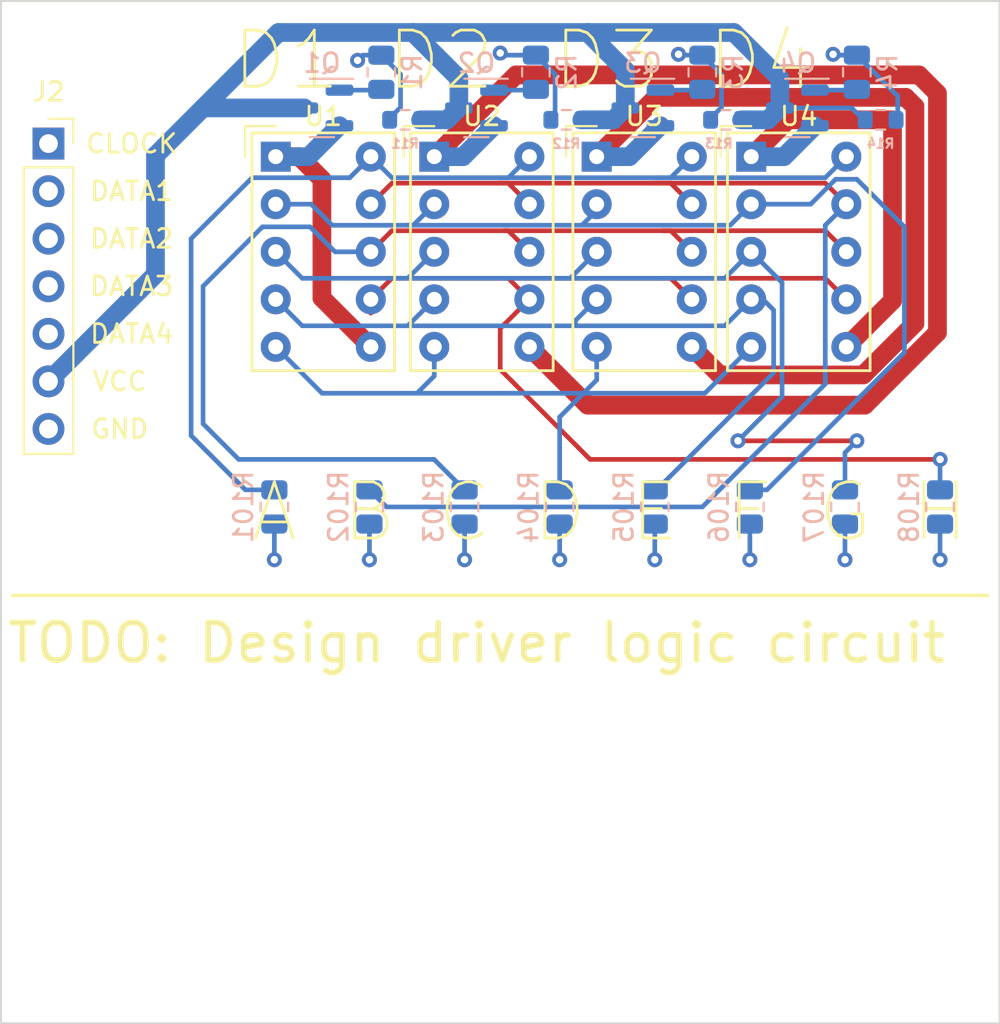
<source format=kicad_pcb>
(kicad_pcb (version 20221018) (generator pcbnew)
  (layers (0 "F.Cu" signal) (31 "B.Cu" signal) (34 "B.Paste" user) (35 "F.Paste" user) (36 "B.SilkS" user "B.Silkscreen") (37 "F.SilkS" user "F.Silkscreen") (38 "B.Mask" user) (39 "F.Mask" user) (44 "Edge.Cuts" user))
  (net 0 "")
  (net 1 "CLOCK")
  (net 2 "DATA1")
  (net 3 "DATA2")
  (net 4 "DATA3")
  (net 5 "DATA4")
  (net 6 "VCC")
  (net 7 "GND")
  (net 8 "Net-(Q1-B)")
  (net 9 "/Display/D1")
  (net 10 "Acom")
  (net 11 "/Display/A")
  (net 12 "Bcom")
  (net 13 "/Display/B")
  (net 14 "Ccom")
  (net 15 "/Display/C")
  (net 16 "Dcom")
  (net 17 "/Display/D")
  (net 18 "Ecom")
  (net 19 "/Display/E")
  (net 20 "Fcom")
  (net 21 "/Display/F")
  (net 22 "Gcom")
  (net 23 "/Display/G")
  (net 24 "Hcom")
  (net 25 "/Display/H")
  (net 26 "Net-(Q1-C)")
  (net 27 "Net-(Q2-B)")
  (net 28 "Net-(Q2-C)")
  (net 29 "Net-(Q3-B)")
  (net 30 "Net-(Q3-C)")
  (net 31 "Net-(Q4-B)")
  (net 32 "/Display/D2")
  (net 33 "/Display/D3")
  (net 34 "/Display/D4")
  (net 35 "Net-(Q4-C)")
  (footprint "Display_7Segment:HDSP-A151" (layer "F.Cu") (at 60.3975 21.0175)
    (fp_text reference "U4" (at 2.54 -2.159) (layer "F.SilkS"))
    (fp_text value "HDSP-7501")
    (fp_line (start -1.63 -1.63) (end 0 -1.63) (stroke (width 0.12)) (layer "F.SilkS"))
    (fp_line (start -1.63 0) (end -1.63 -1.63) (stroke (width 0.12)) (layer "F.SilkS"))
    (fp_line (start -1.27 -1.27) (end -1.27 11.43) (stroke (width 0.15)) (layer "F.SilkS"))
    (fp_line (start -1.27 11.43) (end 6.35 11.43) (stroke (width 0.15)) (layer "F.SilkS"))
    (fp_line (start 6.35 -1.27) (end -1.27 -1.27) (stroke (width 0.15)) (layer "F.SilkS"))
    (fp_line (start 6.35 11.43) (end 6.35 -1.27) (stroke (width 0.15)) (layer "F.SilkS"))
    (pad "1" thru_hole rect (at 0 0) (size 1.6 1.6) (drill 0.8) (layers "*.Cu" "*.Mask") (net 35 "Net-(Q4-C)"))
    (pad "2" thru_hole circle (at 0 2.54) (size 1.6 1.6) (drill 0.8) (layers "*.Cu" "*.Mask") (net 20 "Fcom"))
    (pad "3" thru_hole circle (at 0 5.08) (size 1.6 1.6) (drill 0.8) (layers "*.Cu" "*.Mask") (net 22 "Gcom"))
    (pad "4" thru_hole circle (at 0 7.62) (size 1.6 1.6) (drill 0.8) (layers "*.Cu" "*.Mask") (net 18 "Ecom"))
    (pad "5" thru_hole circle (at 0 10.16) (size 1.6 1.6) (drill 0.8) (layers "*.Cu" "*.Mask") (net 16 "Dcom"))
    (pad "6" thru_hole circle (at 5.08 10.16) (size 1.6 1.6) (drill 0.8) (layers "*.Cu" "*.Mask") (net 35 "Net-(Q4-C)"))
    (pad "7" thru_hole circle (at 5.08 7.62) (size 1.6 1.6) (drill 0.8) (layers "*.Cu" "*.Mask") (net 24 "Hcom"))
    (pad "8" thru_hole circle (at 5.08 5.08) (size 1.6 1.6) (drill 0.8) (layers "*.Cu" "*.Mask") (net 14 "Ccom"))
    (pad "9" thru_hole circle (at 5.08 2.54) (size 1.6 1.6) (drill 0.8) (layers "*.Cu" "*.Mask") (net 12 "Bcom"))
    (pad "10" thru_hole circle (at 5.08 0) (size 1.6 1.6) (drill 0.8) (layers "*.Cu" "*.Mask") (net 10 "Acom"))
  )
  (footprint "Display_7Segment:HDSP-A151" (layer "F.Cu") (at 34.9975 21.0175)
    (fp_text reference "U1" (at 2.54 -2.159) (layer "F.SilkS"))
    (fp_text value "HDSP-7501")
    (fp_line (start -1.63 -1.63) (end 0 -1.63) (stroke (width 0.12)) (layer "F.SilkS"))
    (fp_line (start -1.63 0) (end -1.63 -1.63) (stroke (width 0.12)) (layer "F.SilkS"))
    (fp_line (start -1.27 -1.27) (end -1.27 11.43) (stroke (width 0.15)) (layer "F.SilkS"))
    (fp_line (start -1.27 11.43) (end 6.35 11.43) (stroke (width 0.15)) (layer "F.SilkS"))
    (fp_line (start 6.35 -1.27) (end -1.27 -1.27) (stroke (width 0.15)) (layer "F.SilkS"))
    (fp_line (start 6.35 11.43) (end 6.35 -1.27) (stroke (width 0.15)) (layer "F.SilkS"))
    (pad "1" thru_hole rect (at 0 0) (size 1.6 1.6) (drill 0.8) (layers "*.Cu" "*.Mask") (net 26 "Net-(Q1-C)"))
    (pad "2" thru_hole circle (at 0 2.54) (size 1.6 1.6) (drill 0.8) (layers "*.Cu" "*.Mask") (net 20 "Fcom"))
    (pad "3" thru_hole circle (at 0 5.08) (size 1.6 1.6) (drill 0.8) (layers "*.Cu" "*.Mask") (net 22 "Gcom"))
    (pad "4" thru_hole circle (at 0 7.62) (size 1.6 1.6) (drill 0.8) (layers "*.Cu" "*.Mask") (net 18 "Ecom"))
    (pad "5" thru_hole circle (at 0 10.16) (size 1.6 1.6) (drill 0.8) (layers "*.Cu" "*.Mask") (net 16 "Dcom"))
    (pad "6" thru_hole circle (at 5.08 10.16) (size 1.6 1.6) (drill 0.8) (layers "*.Cu" "*.Mask") (net 26 "Net-(Q1-C)"))
    (pad "7" thru_hole circle (at 5.08 7.62) (size 1.6 1.6) (drill 0.8) (layers "*.Cu" "*.Mask") (net 24 "Hcom"))
    (pad "8" thru_hole circle (at 5.08 5.08) (size 1.6 1.6) (drill 0.8) (layers "*.Cu" "*.Mask") (net 14 "Ccom"))
    (pad "9" thru_hole circle (at 5.08 2.54) (size 1.6 1.6) (drill 0.8) (layers "*.Cu" "*.Mask") (net 12 "Bcom"))
    (pad "10" thru_hole circle (at 5.08 0) (size 1.6 1.6) (drill 0.8) (layers "*.Cu" "*.Mask") (net 10 "Acom"))
  )
  (footprint "Display_7Segment:HDSP-A151" (layer "F.Cu") (at 52.1425 21.0175)
    (fp_text reference "U3" (at 2.54 -2.159) (layer "F.SilkS"))
    (fp_text value "HDSP-7501")
    (fp_line (start -1.63 -1.63) (end 0 -1.63) (stroke (width 0.12)) (layer "F.SilkS"))
    (fp_line (start -1.63 0) (end -1.63 -1.63) (stroke (width 0.12)) (layer "F.SilkS"))
    (fp_line (start -1.27 -1.27) (end -1.27 11.43) (stroke (width 0.15)) (layer "F.SilkS"))
    (fp_line (start -1.27 11.43) (end 6.35 11.43) (stroke (width 0.15)) (layer "F.SilkS"))
    (fp_line (start 6.35 -1.27) (end -1.27 -1.27) (stroke (width 0.15)) (layer "F.SilkS"))
    (fp_line (start 6.35 11.43) (end 6.35 -1.27) (stroke (width 0.15)) (layer "F.SilkS"))
    (pad "1" thru_hole rect (at 0 0) (size 1.6 1.6) (drill 0.8) (layers "*.Cu" "*.Mask") (net 30 "Net-(Q3-C)"))
    (pad "2" thru_hole circle (at 0 2.54) (size 1.6 1.6) (drill 0.8) (layers "*.Cu" "*.Mask") (net 20 "Fcom"))
    (pad "3" thru_hole circle (at 0 5.08) (size 1.6 1.6) (drill 0.8) (layers "*.Cu" "*.Mask") (net 22 "Gcom"))
    (pad "4" thru_hole circle (at 0 7.62) (size 1.6 1.6) (drill 0.8) (layers "*.Cu" "*.Mask") (net 18 "Ecom"))
    (pad "5" thru_hole circle (at 0 10.16) (size 1.6 1.6) (drill 0.8) (layers "*.Cu" "*.Mask") (net 16 "Dcom"))
    (pad "6" thru_hole circle (at 5.08 10.16) (size 1.6 1.6) (drill 0.8) (layers "*.Cu" "*.Mask") (net 30 "Net-(Q3-C)"))
    (pad "7" thru_hole circle (at 5.08 7.62) (size 1.6 1.6) (drill 0.8) (layers "*.Cu" "*.Mask") (net 24 "Hcom"))
    (pad "8" thru_hole circle (at 5.08 5.08) (size 1.6 1.6) (drill 0.8) (layers "*.Cu" "*.Mask") (net 14 "Ccom"))
    (pad "9" thru_hole circle (at 5.08 2.54) (size 1.6 1.6) (drill 0.8) (layers "*.Cu" "*.Mask") (net 12 "Bcom"))
    (pad "10" thru_hole circle (at 5.08 0) (size 1.6 1.6) (drill 0.8) (layers "*.Cu" "*.Mask") (net 10 "Acom"))
  )
  (footprint "Display_7Segment:HDSP-A151" (layer "F.Cu") (at 43.4675 21.0175)
    (fp_text reference "U2" (at 2.54 -2.159) (layer "F.SilkS"))
    (fp_text value "HDSP-7501")
    (fp_line (start -1.63 -1.63) (end 0 -1.63) (stroke (width 0.12)) (layer "F.SilkS"))
    (fp_line (start -1.63 0) (end -1.63 -1.63) (stroke (width 0.12)) (layer "F.SilkS"))
    (fp_line (start -1.27 -1.27) (end -1.27 11.43) (stroke (width 0.15)) (layer "F.SilkS"))
    (fp_line (start -1.27 11.43) (end 6.35 11.43) (stroke (width 0.15)) (layer "F.SilkS"))
    (fp_line (start 6.35 -1.27) (end -1.27 -1.27) (stroke (width 0.15)) (layer "F.SilkS"))
    (fp_line (start 6.35 11.43) (end 6.35 -1.27) (stroke (width 0.15)) (layer "F.SilkS"))
    (pad "1" thru_hole rect (at 0 0) (size 1.6 1.6) (drill 0.8) (layers "*.Cu" "*.Mask") (net 28 "Net-(Q2-C)"))
    (pad "2" thru_hole circle (at 0 2.54) (size 1.6 1.6) (drill 0.8) (layers "*.Cu" "*.Mask") (net 20 "Fcom"))
    (pad "3" thru_hole circle (at 0 5.08) (size 1.6 1.6) (drill 0.8) (layers "*.Cu" "*.Mask") (net 22 "Gcom"))
    (pad "4" thru_hole circle (at 0 7.62) (size 1.6 1.6) (drill 0.8) (layers "*.Cu" "*.Mask") (net 18 "Ecom"))
    (pad "5" thru_hole circle (at 0 10.16) (size 1.6 1.6) (drill 0.8) (layers "*.Cu" "*.Mask") (net 16 "Dcom"))
    (pad "6" thru_hole circle (at 5.08 10.16) (size 1.6 1.6) (drill 0.8) (layers "*.Cu" "*.Mask") (net 28 "Net-(Q2-C)"))
    (pad "7" thru_hole circle (at 5.08 7.62) (size 1.6 1.6) (drill 0.8) (layers "*.Cu" "*.Mask") (net 24 "Hcom"))
    (pad "8" thru_hole circle (at 5.08 5.08) (size 1.6 1.6) (drill 0.8) (layers "*.Cu" "*.Mask") (net 14 "Ccom"))
    (pad "9" thru_hole circle (at 5.08 2.54) (size 1.6 1.6) (drill 0.8) (layers "*.Cu" "*.Mask") (net 12 "Bcom"))
    (pad "10" thru_hole circle (at 5.08 0) (size 1.6 1.6) (drill 0.8) (layers "*.Cu" "*.Mask") (net 10 "Acom"))
  )
  (footprint "Connector_PinSocket_2.54mm:PinSocket_1x07_P2.54mm_Vertical" (layer "F.Cu") (at 22.86 20.32)
    (fp_text reference "J2" (at 0 -2.77) (layer "F.SilkS"))
    (fp_text value "Conn_01x07_Socket" hide)
    (fp_line (start -1.33 1.27) (end -1.33 16.57) (stroke (width 0.12)) (layer "F.SilkS"))
    (fp_line (start -1.33 1.27) (end 1.33 1.27) (stroke (width 0.12)) (layer "F.SilkS"))
    (fp_line (start -1.33 16.57) (end 1.33 16.57) (stroke (width 0.12)) (layer "F.SilkS"))
    (fp_line (start 0 -1.33) (end 1.33 -1.33) (stroke (width 0.12)) (layer "F.SilkS"))
    (fp_line (start 1.33 -1.33) (end 1.33 0) (stroke (width 0.12)) (layer "F.SilkS"))
    (fp_line (start 1.33 1.27) (end 1.33 16.57) (stroke (width 0.12)) (layer "F.SilkS"))
    (pad "1" thru_hole rect (at 0 0) (size 1.7 1.7) (drill 1) (layers "*.Cu" "*.Mask") (net 1 "CLOCK"))
    (pad "2" thru_hole oval (at 0 2.54) (size 1.7 1.7) (drill 1) (layers "*.Cu" "*.Mask") (net 2 "DATA1"))
    (pad "3" thru_hole oval (at 0 5.08) (size 1.7 1.7) (drill 1) (layers "*.Cu" "*.Mask") (net 3 "DATA2"))
    (pad "4" thru_hole oval (at 0 7.62) (size 1.7 1.7) (drill 1) (layers "*.Cu" "*.Mask") (net 4 "DATA3"))
    (pad "5" thru_hole oval (at 0 10.16) (size 1.7 1.7) (drill 1) (layers "*.Cu" "*.Mask") (net 5 "DATA4"))
    (pad "6" thru_hole oval (at 0 12.7) (size 1.7 1.7) (drill 1) (layers "*.Cu" "*.Mask") (net 6 "VCC"))
    (pad "7" thru_hole oval (at 0 15.24) (size 1.7 1.7) (drill 1) (layers "*.Cu" "*.Mask") (net 7 "GND"))
  )
  (footprint "Resistor_SMD:R_0805_2012Metric" (layer "B.Cu") (at 48.895 16.51 90)
    (fp_text reference "R2" (at 0 1.65 90) (layer "B.SilkS") (effects (justify mirror)))
    (fp_text value "1k")
    (fp_line (start -0.227064 -0.735) (end 0.227064 -0.735) (stroke (width 0.12)) (layer "B.SilkS"))
    (fp_line (start -0.227064 0.735) (end 0.227064 0.735) (stroke (width 0.12)) (layer "B.SilkS"))
    (pad "1" smd roundrect (at -0.9125 0 90) (size 1.025 1.4) (layers "B.Cu" "B.Paste" "B.Mask") (roundrect_rratio 0.243902) (net 27 "Net-(Q2-B)"))
    (pad "2" smd roundrect (at 0.9125 0 90) (size 1.025 1.4) (layers "B.Cu" "B.Paste" "B.Mask") (roundrect_rratio 0.243902) (net 32 "/Display/D2"))
  )
  (footprint "Resistor_SMD:R_0805_2012Metric" (layer "B.Cu") (at 40.64 16.51 90)
    (fp_text reference "R1" (at 0 1.65 90) (layer "B.SilkS") (effects (justify mirror)))
    (fp_text value "1k")
    (fp_line (start -0.227064 -0.735) (end 0.227064 -0.735) (stroke (width 0.12)) (layer "B.SilkS"))
    (fp_line (start -0.227064 0.735) (end 0.227064 0.735) (stroke (width 0.12)) (layer "B.SilkS"))
    (pad "1" smd roundrect (at -0.9125 0 90) (size 1.025 1.4) (layers "B.Cu" "B.Paste" "B.Mask") (roundrect_rratio 0.243902) (net 8 "Net-(Q1-B)"))
    (pad "2" smd roundrect (at 0.9125 0 90) (size 1.025 1.4) (layers "B.Cu" "B.Paste" "B.Mask") (roundrect_rratio 0.243902) (net 9 "/Display/D1"))
  )
  (footprint "Resistor_SMD:R_0603_1608Metric" (layer "B.Cu") (at 41.91 19.05)
    (fp_text reference "R11" (at 0 1.27 180) (layer "B.SilkS") (effects (font (size 0.5 0.5) (thickness 0.125)) (justify mirror)))
    (fp_text value "10k")
    (fp_line (start -0.237258 -0.5225) (end 0.237258 -0.5225) (stroke (width 0.12)) (layer "B.SilkS"))
    (fp_line (start -0.237258 0.5225) (end 0.237258 0.5225) (stroke (width 0.12)) (layer "B.SilkS"))
    (pad "1" smd roundrect (at -0.825 0) (size 0.8 0.95) (layers "B.Cu" "B.Paste" "B.Mask") (net 9 "/Display/D1"))
    (pad "2" smd roundrect (at 0.825 0) (size 0.8 0.95) (layers "B.Cu" "B.Paste" "B.Mask") (net 6 "VCC"))
  )
  (footprint "Resistor_SMD:R_0805_2012Metric" (layer "B.Cu") (at 66.04 16.51 90)
    (fp_text reference "R4" (at 0 1.65 90) (layer "B.SilkS") (effects (justify mirror)))
    (fp_text value "1k")
    (fp_line (start -0.227064 -0.735) (end 0.227064 -0.735) (stroke (width 0.12)) (layer "B.SilkS"))
    (fp_line (start -0.227064 0.735) (end 0.227064 0.735) (stroke (width 0.12)) (layer "B.SilkS"))
    (pad "1" smd roundrect (at -0.9125 0 90) (size 1.025 1.4) (layers "B.Cu" "B.Paste" "B.Mask") (roundrect_rratio 0.243902) (net 31 "Net-(Q4-B)"))
    (pad "2" smd roundrect (at 0.9125 0 90) (size 1.025 1.4) (layers "B.Cu" "B.Paste" "B.Mask") (roundrect_rratio 0.243902) (net 34 "/Display/D4"))
  )
  (footprint "Resistor_SMD:R_0805_2012Metric" (layer "B.Cu") (at 50.165 39.7275 -90)
    (fp_text reference "R104" (at 0 1.65 90) (layer "B.SilkS") (effects (justify mirror)))
    (fp_text value "500")
    (fp_line (start -0.227064 -0.735) (end 0.227064 -0.735) (stroke (width 0.12)) (layer "B.SilkS"))
    (fp_line (start -0.227064 0.735) (end 0.227064 0.735) (stroke (width 0.12)) (layer "B.SilkS"))
    (pad "1" smd roundrect (at -0.9125 0 270) (size 1.025 1.4) (layers "B.Cu" "B.Paste" "B.Mask") (roundrect_rratio 0.243902) (net 16 "Dcom"))
    (pad "2" smd roundrect (at 0.9125 0 270) (size 1.025 1.4) (layers "B.Cu" "B.Paste" "B.Mask") (roundrect_rratio 0.243902) (net 17 "/Display/D"))
  )
  (footprint "Resistor_SMD:R_0805_2012Metric" (layer "B.Cu") (at 60.325 39.7275 -90)
    (fp_text reference "R106" (at 0 1.65 90) (layer "B.SilkS") (effects (justify mirror)))
    (fp_text value "500")
    (fp_line (start -0.227064 -0.735) (end 0.227064 -0.735) (stroke (width 0.12)) (layer "B.SilkS"))
    (fp_line (start -0.227064 0.735) (end 0.227064 0.735) (stroke (width 0.12)) (layer "B.SilkS"))
    (pad "1" smd roundrect (at -0.9125 0 270) (size 1.025 1.4) (layers "B.Cu" "B.Paste" "B.Mask") (roundrect_rratio 0.243902) (net 20 "Fcom"))
    (pad "2" smd roundrect (at 0.9125 0 270) (size 1.025 1.4) (layers "B.Cu" "B.Paste" "B.Mask") (roundrect_rratio 0.243902) (net 21 "/Display/F"))
  )
  (footprint "Resistor_SMD:R_0805_2012Metric" (layer "B.Cu") (at 57.785 16.51 90)
    (fp_text reference "R3" (at 0 1.65 90) (layer "B.SilkS") (effects (justify mirror)))
    (fp_text value "1k")
    (fp_line (start -0.227064 -0.735) (end 0.227064 -0.735) (stroke (width 0.12)) (layer "B.SilkS"))
    (fp_line (start -0.227064 0.735) (end 0.227064 0.735) (stroke (width 0.12)) (layer "B.SilkS"))
    (pad "1" smd roundrect (at -0.9125 0 90) (size 1.025 1.4) (layers "B.Cu" "B.Paste" "B.Mask") (roundrect_rratio 0.243902) (net 29 "Net-(Q3-B)"))
    (pad "2" smd roundrect (at 0.9125 0 90) (size 1.025 1.4) (layers "B.Cu" "B.Paste" "B.Mask") (roundrect_rratio 0.243902) (net 33 "/Display/D3"))
  )
  (footprint "Package_TO_SOT_SMD:SOT-23" (layer "B.Cu") (at 62.865 18.415 180)
    (fp_text reference "Q4" (at 0 2.4) (layer "B.SilkS") (effects (justify mirror)))
    (fp_text value "Q_PNP_BCE")
    (fp_line (start 0 -1.56) (end -0.65 -1.56) (stroke (width 0.12)) (layer "B.SilkS"))
    (fp_line (start 0 -1.56) (end 0.65 -1.56) (stroke (width 0.12)) (layer "B.SilkS"))
    (fp_line (start 0 1.56) (end -1.675 1.56) (stroke (width 0.12)) (layer "B.SilkS"))
    (fp_line (start 0 1.56) (end 0.65 1.56) (stroke (width 0.12)) (layer "B.SilkS"))
    (pad "1" smd roundrect (at -0.9375 0.95 180) (size 1.475 0.6) (layers "B.Cu" "B.Paste" "B.Mask") (net 31 "Net-(Q4-B)"))
    (pad "2" smd roundrect (at -0.9375 -0.95 180) (size 1.475 0.6) (layers "B.Cu" "B.Paste" "B.Mask") (net 35 "Net-(Q4-C)"))
    (pad "3" smd roundrect (at 0.9375 0 180) (size 1.475 0.6) (layers "B.Cu" "B.Paste" "B.Mask") (net 6 "VCC"))
  )
  (footprint "Resistor_SMD:R_0805_2012Metric" (layer "B.Cu") (at 70.485 39.7275 -90)
    (fp_text reference "R108" (at 0 1.65 90) (layer "B.SilkS") (effects (justify mirror)))
    (fp_text value "500")
    (fp_line (start -0.227064 -0.735) (end 0.227064 -0.735) (stroke (width 0.12)) (layer "B.SilkS"))
    (fp_line (start -0.227064 0.735) (end 0.227064 0.735) (stroke (width 0.12)) (layer "B.SilkS"))
    (pad "1" smd roundrect (at -0.9125 0 270) (size 1.025 1.4) (layers "B.Cu" "B.Paste" "B.Mask") (roundrect_rratio 0.243902) (net 24 "Hcom"))
    (pad "2" smd roundrect (at 0.9125 0 270) (size 1.025 1.4) (layers "B.Cu" "B.Paste" "B.Mask") (roundrect_rratio 0.243902) (net 25 "/Display/H"))
  )
  (footprint "Resistor_SMD:R_0805_2012Metric" (layer "B.Cu") (at 34.925 39.7275 -90)
    (fp_text reference "R101" (at 0 1.65 90) (layer "B.SilkS") (effects (justify mirror)))
    (fp_text value "500")
    (fp_line (start -0.227064 -0.735) (end 0.227064 -0.735) (stroke (width 0.12)) (layer "B.SilkS"))
    (fp_line (start -0.227064 0.735) (end 0.227064 0.735) (stroke (width 0.12)) (layer "B.SilkS"))
    (pad "1" smd roundrect (at -0.9125 0 270) (size 1.025 1.4) (layers "B.Cu" "B.Paste" "B.Mask") (roundrect_rratio 0.243902) (net 10 "Acom"))
    (pad "2" smd roundrect (at 0.9125 0 270) (size 1.025 1.4) (layers "B.Cu" "B.Paste" "B.Mask") (roundrect_rratio 0.243902) (net 11 "/Display/A"))
  )
  (footprint "Resistor_SMD:R_0603_1608Metric" (layer "B.Cu") (at 59.055 19.05)
    (fp_text reference "R13" (at -0.381 1.27 180) (layer "B.SilkS") (effects (font (size 0.5 0.5) (thickness 0.125)) (justify mirror)))
    (fp_text value "10k")
    (fp_line (start -0.237258 -0.5225) (end 0.237258 -0.5225) (stroke (width 0.12)) (layer "B.SilkS"))
    (fp_line (start -0.237258 0.5225) (end 0.237258 0.5225) (stroke (width 0.12)) (layer "B.SilkS"))
    (pad "1" smd roundrect (at -0.825 0) (size 0.8 0.95) (layers "B.Cu" "B.Paste" "B.Mask") (net 33 "/Display/D3"))
    (pad "2" smd roundrect (at 0.825 0) (size 0.8 0.95) (layers "B.Cu" "B.Paste" "B.Mask") (net 6 "VCC"))
  )
  (footprint "Package_TO_SOT_SMD:SOT-23" (layer "B.Cu") (at 45.72 18.415 180)
    (fp_text reference "Q2" (at 0 2.4) (layer "B.SilkS") (effects (justify mirror)))
    (fp_text value "Q_PNP_BCE")
    (fp_line (start 0 -1.56) (end -0.65 -1.56) (stroke (width 0.12)) (layer "B.SilkS"))
    (fp_line (start 0 -1.56) (end 0.65 -1.56) (stroke (width 0.12)) (layer "B.SilkS"))
    (fp_line (start 0 1.56) (end -1.675 1.56) (stroke (width 0.12)) (layer "B.SilkS"))
    (fp_line (start 0 1.56) (end 0.65 1.56) (stroke (width 0.12)) (layer "B.SilkS"))
    (pad "1" smd roundrect (at -0.9375 0.95 180) (size 1.475 0.6) (layers "B.Cu" "B.Paste" "B.Mask") (net 27 "Net-(Q2-B)"))
    (pad "2" smd roundrect (at -0.9375 -0.95 180) (size 1.475 0.6) (layers "B.Cu" "B.Paste" "B.Mask") (net 28 "Net-(Q2-C)"))
    (pad "3" smd roundrect (at 0.9375 0 180) (size 1.475 0.6) (layers "B.Cu" "B.Paste" "B.Mask") (net 6 "VCC"))
  )
  (footprint "Resistor_SMD:R_0603_1608Metric" (layer "B.Cu") (at 50.5225 19.05)
    (fp_text reference "R12" (at 0 1.27 180) (layer "B.SilkS") (effects (font (size 0.5 0.5) (thickness 0.125)) (justify mirror)))
    (fp_text value "10k")
    (fp_line (start -0.237258 -0.5225) (end 0.237258 -0.5225) (stroke (width 0.12)) (layer "B.SilkS"))
    (fp_line (start -0.237258 0.5225) (end 0.237258 0.5225) (stroke (width 0.12)) (layer "B.SilkS"))
    (pad "1" smd roundrect (at -0.825 0) (size 0.8 0.95) (layers "B.Cu" "B.Paste" "B.Mask") (net 32 "/Display/D2"))
    (pad "2" smd roundrect (at 0.825 0) (size 0.8 0.95) (layers "B.Cu" "B.Paste" "B.Mask") (net 6 "VCC"))
  )
  (footprint "Resistor_SMD:R_0805_2012Metric" (layer "B.Cu") (at 55.245 39.7275 -90)
    (fp_text reference "R105" (at 0 1.65 90) (layer "B.SilkS") (effects (justify mirror)))
    (fp_text value "500")
    (fp_line (start -0.227064 -0.735) (end 0.227064 -0.735) (stroke (width 0.12)) (layer "B.SilkS"))
    (fp_line (start -0.227064 0.735) (end 0.227064 0.735) (stroke (width 0.12)) (layer "B.SilkS"))
    (pad "1" smd roundrect (at -0.9125 0 270) (size 1.025 1.4) (layers "B.Cu" "B.Paste" "B.Mask") (roundrect_rratio 0.243902) (net 18 "Ecom"))
    (pad "2" smd roundrect (at 0.9125 0 270) (size 1.025 1.4) (layers "B.Cu" "B.Paste" "B.Mask") (roundrect_rratio 0.243902) (net 19 "/Display/E"))
  )
  (footprint "Resistor_SMD:R_0805_2012Metric" (layer "B.Cu") (at 40.005 39.7275 -90)
    (fp_text reference "R102" (at 0 1.65 90) (layer "B.SilkS") (effects (justify mirror)))
    (fp_text value "500")
    (fp_line (start -0.227064 -0.735) (end 0.227064 -0.735) (stroke (width 0.12)) (layer "B.SilkS"))
    (fp_line (start -0.227064 0.735) (end 0.227064 0.735) (stroke (width 0.12)) (layer "B.SilkS"))
    (pad "1" smd roundrect (at -0.9125 0 270) (size 1.025 1.4) (layers "B.Cu" "B.Paste" "B.Mask") (roundrect_rratio 0.243902) (net 12 "Bcom"))
    (pad "2" smd roundrect (at 0.9125 0 270) (size 1.025 1.4) (layers "B.Cu" "B.Paste" "B.Mask") (roundrect_rratio 0.243902) (net 13 "/Display/B"))
  )
  (footprint "Resistor_SMD:R_0805_2012Metric" (layer "B.Cu") (at 45.085 39.7275 -90)
    (fp_text reference "R103" (at 0 1.65 90) (layer "B.SilkS") (effects (justify mirror)))
    (fp_text value "500")
    (fp_line (start -0.227064 -0.735) (end 0.227064 -0.735) (stroke (width 0.12)) (layer "B.SilkS"))
    (fp_line (start -0.227064 0.735) (end 0.227064 0.735) (stroke (width 0.12)) (layer "B.SilkS"))
    (pad "1" smd roundrect (at -0.9125 0 270) (size 1.025 1.4) (layers "B.Cu" "B.Paste" "B.Mask") (roundrect_rratio 0.243902) (net 14 "Ccom"))
    (pad "2" smd roundrect (at 0.9125 0 270) (size 1.025 1.4) (layers "B.Cu" "B.Paste" "B.Mask") (roundrect_rratio 0.243902) (net 15 "/Display/C"))
  )
  (footprint "Resistor_SMD:R_0603_1608Metric" (layer "B.Cu") (at 67.31 19.05 180)
    (fp_text reference "R14" (at 0 -1.27) (layer "B.SilkS") (effects (font (size 0.5 0.5) (thickness 0.125)) (justify mirror)))
    (fp_text value "10k")
    (fp_line (start -0.237258 -0.5225) (end 0.237258 -0.5225) (stroke (width 0.12)) (layer "B.SilkS"))
    (fp_line (start -0.237258 0.5225) (end 0.237258 0.5225) (stroke (width 0.12)) (layer "B.SilkS"))
    (pad "1" smd roundrect (at -0.825 0 180) (size 0.8 0.95) (layers "B.Cu" "B.Paste" "B.Mask") (net 34 "/Display/D4"))
    (pad "2" smd roundrect (at 0.825 0 180) (size 0.8 0.95) (layers "B.Cu" "B.Paste" "B.Mask") (net 6 "VCC"))
  )
  (footprint "Package_TO_SOT_SMD:SOT-23" (layer "B.Cu") (at 37.465 18.415 180)
    (fp_text reference "Q1" (at 0 2.4) (layer "B.SilkS") (effects (justify mirror)))
    (fp_text value "Q_PNP_BCE")
    (fp_line (start 0 -1.56) (end -0.65 -1.56) (stroke (width 0.12)) (layer "B.SilkS"))
    (fp_line (start 0 -1.56) (end 0.65 -1.56) (stroke (width 0.12)) (layer "B.SilkS"))
    (fp_line (start 0 1.56) (end -1.675 1.56) (stroke (width 0.12)) (layer "B.SilkS"))
    (fp_line (start 0 1.56) (end 0.65 1.56) (stroke (width 0.12)) (layer "B.SilkS"))
    (pad "1" smd roundrect (at -0.9375 0.95 180) (size 1.475 0.6) (layers "B.Cu" "B.Paste" "B.Mask") (net 8 "Net-(Q1-B)"))
    (pad "2" smd roundrect (at -0.9375 -0.95 180) (size 1.475 0.6) (layers "B.Cu" "B.Paste" "B.Mask") (net 26 "Net-(Q1-C)"))
    (pad "3" smd roundrect (at 0.9375 0 180) (size 1.475 0.6) (layers "B.Cu" "B.Paste" "B.Mask") (net 6 "VCC"))
  )
  (footprint "Package_TO_SOT_SMD:SOT-23" (layer "B.Cu") (at 54.61 18.415 180)
    (fp_text reference "Q3" (at 0 2.4) (layer "B.SilkS") (effects (justify mirror)))
    (fp_text value "Q_PNP_BCE")
    (fp_line (start 0 -1.56) (end -0.65 -1.56) (stroke (width 0.12)) (layer "B.SilkS"))
    (fp_line (start 0 -1.56) (end 0.65 -1.56) (stroke (width 0.12)) (layer "B.SilkS"))
    (fp_line (start 0 1.56) (end -1.675 1.56) (stroke (width 0.12)) (layer "B.SilkS"))
    (fp_line (start 0 1.56) (end 0.65 1.56) (stroke (width 0.12)) (layer "B.SilkS"))
    (pad "1" smd roundrect (at -0.9375 0.95 180) (size 1.475 0.6) (layers "B.Cu" "B.Paste" "B.Mask") (net 29 "Net-(Q3-B)"))
    (pad "2" smd roundrect (at -0.9375 -0.95 180) (size 1.475 0.6) (layers "B.Cu" "B.Paste" "B.Mask") (net 30 "Net-(Q3-C)"))
    (pad "3" smd roundrect (at 0.9375 0 180) (size 1.475 0.6) (layers "B.Cu" "B.Paste" "B.Mask") (net 6 "VCC"))
  )
  (footprint "Resistor_SMD:R_0805_2012Metric" (layer "B.Cu") (at 65.405 39.7275 -90)
    (fp_text reference "R107" (at 0 1.65 90) (layer "B.SilkS") (effects (justify mirror)))
    (fp_text value "500")
    (fp_line (start -0.227064 -0.735) (end 0.227064 -0.735) (stroke (width 0.12)) (layer "B.SilkS"))
    (fp_line (start -0.227064 0.735) (end 0.227064 0.735) (stroke (width 0.12)) (layer "B.SilkS"))
    (pad "1" smd roundrect (at -0.9125 0 270) (size 1.025 1.4) (layers "B.Cu" "B.Paste" "B.Mask") (roundrect_rratio 0.243902) (net 22 "Gcom"))
    (pad "2" smd roundrect (at 0.9125 0 270) (size 1.025 1.4) (layers "B.Cu" "B.Paste" "B.Mask") (roundrect_rratio 0.243902) (net 23 "/Display/G"))
  )
  (gr_line (start 20.955 44.45) (end 73.025 44.45) (stroke (width 0.2)) (layer "F.SilkS"))
  (gr_rect (start 20.32 12.7) (end 73.66 67.31) (stroke (width 0.1)) (fill none) (layer "Edge.Cuts"))
  (gr_text "DATA1" (at 27.305 22.86) (layer "F.SilkS") (effects (font (size 1 1))))
  (gr_text "CLOCK" (at 27.305 20.32) (layer "F.SilkS") (effects (font (size 1 1))))
  (gr_text "E" (at 55.245 40.005) (layer "F.SilkS") (effects (font (size 3 3))))
  (gr_text "D1" (at 35.56 15.875) (layer "F.SilkS") (effects (font (size 3 3))))
  (gr_text "F" (at 60.325 40.005) (layer "F.SilkS") (effects (font (size 3 3))))
  (gr_text "DATA4" (at 27.305 30.48) (layer "F.SilkS") (effects (font (size 1 1))))
  (gr_text "D" (at 50.165 40.005) (layer "F.SilkS") (effects (font (size 3 3))))
  (gr_text "GND" (at 26.67 35.56) (layer "F.SilkS") (effects (font (size 1 1))))
  (gr_text "DATA3" (at 27.305 27.94) (layer "F.SilkS") (effects (font (size 1 1))))
  (gr_text "D2" (at 43.815 15.875) (layer "F.SilkS") (effects (font (size 3 3))))
  (gr_text "B" (at 40.005 40.005) (layer "F.SilkS") (effects (font (size 3 3))))
  (gr_text "TODO: Design driver logic circuit" (at 45.72 46.99) (layer "F.SilkS") (effects (font (size 2 2) (thickness 0.3))))
  (gr_text "DATA2" (at 27.305 25.4) (layer "F.SilkS") (effects (font (size 1 1))))
  (gr_text "H" (at 70.485 40.005) (layer "F.SilkS") (effects (font (size 3 3))))
  (gr_text "G" (at 65.405 40.005) (layer "F.SilkS") (effects (font (size 3 3))))
  (gr_text "C" (at 45.085 40.005) (layer "F.SilkS") (effects (font (size 3 3))))
  (gr_text "D3" (at 52.705 15.875) (layer "F.SilkS") (effects (font (size 3 3))))
  (gr_text "A" (at 34.925 40.005) (layer "F.SilkS") (effects (font (size 3 3))))
  (gr_text "D4" (at 60.96 15.875) (layer "F.SilkS") (effects (font (size 3 3))))
  (gr_text "VCC" (at 26.67 33.02) (layer "F.SilkS") (effects (font (size 1 1))))
  (segment (start 35.14452 14.38548) (end 42.32548 14.38548) (width 1) (layer "B.Cu") (net 6))
  (segment (start 53.6725 16.40346) (end 51.65452 14.38548) (width 1) (layer "B.Cu") (net 6))
  (segment (start 59.9675 19.05) (end 61.2925 19.05) (width 0.25) (layer "B.Cu") (net 6))
  (segment (start 51.65452 14.38548) (end 59.47048 14.38548) (width 1) (layer "B.Cu") (net 6))
  (segment (start 51.435 19.05) (end 53.0375 19.05) (width 0.25) (layer "B.Cu") (net 6))
  (segment (start 44.7825 18.415) (end 44.7825 16.8425) (width 1) (layer "B.Cu") (net 6))
  (segment (start 28.575 27.305) (end 28.575 20.955) (width 1) (layer "B.Cu") (net 6))
  (segment (start 31.115 18.415) (end 36.5275 18.415) (width 1) (layer "B.Cu") (net 6))
  (segment (start 42.8225 19.05) (end 44.1475 19.05) (width 0.25) (layer "B.Cu") (net 6))
  (segment (start 42.32548 14.38548) (end 51.65452 14.38548) (width 1) (layer "B.Cu") (net 6))
  (segment (start 61.2925 19.05) (end 61.9275 18.415) (width 1) (layer "B.Cu") (net 6))
  (segment (start 51.3475 19.05) (end 53.0375 19.05) (width 1) (layer "B.Cu") (net 6))
  (segment (start 44.1475 19.05) (end 44.7825 18.415) (width 1) (layer "B.Cu") (net 6))
  (segment (start 53.6725 18.415) (end 53.6725 16.40346) (width 1) (layer "B.Cu") (net 6))
  (segment (start 53.0375 19.05) (end 53.6725 18.415) (width 1) (layer "B.Cu") (net 6))
  (segment (start 59.47048 14.38548) (end 61.9275 16.8425) (width 1) (layer "B.Cu") (net 6))
  (segment (start 65.7625 18.415) (end 66.3975 19.05) (width 0.25) (layer "B.Cu") (net 6))
  (segment (start 22.86 33.02) (end 28.575 27.305) (width 1) (layer "B.Cu") (net 6))
  (segment (start 61.9275 16.8425) (end 61.9275 18.415) (width 1) (layer "B.Cu") (net 6))
  (segment (start 44.7825 16.8425) (end 42.32548 14.38548) (width 1) (layer "B.Cu") (net 6))
  (segment (start 59.88 19.05) (end 61.2925 19.05) (width 1) (layer "B.Cu") (net 6))
  (segment (start 28.575 20.955) (end 31.115 18.415) (width 1) (layer "B.Cu") (net 6))
  (segment (start 61.9275 18.415) (end 65.7625 18.415) (width 0.25) (layer "B.Cu") (net 6))
  (segment (start 31.115 18.415) (end 35.14452 14.38548) (width 1) (layer "B.Cu") (net 6))
  (segment (start 42.735 19.05) (end 44.1475 19.05) (width 1) (layer "B.Cu") (net 6))
  (segment (start 40.5975 17.465) (end 40.64 17.4225) (width 0.25) (layer "B.Cu") (net 8))
  (segment (start 38.4025 17.465) (end 40.5975 17.465) (width 0.25) (layer "B.Cu") (net 8))
  (via (at 39.37 15.875) (size 0.8) (drill 0.4) (layers "F.Cu" "B.Cu") (net 9))
  (segment (start 40.9975 19.05) (end 41.66452 18.38298) (width 0.25) (layer "B.Cu") (net 9))
  (segment (start 40.64 15.5975) (end 39.6475 15.5975) (width 0.25) (layer "B.Cu") (net 9))
  (segment (start 39.6475 15.5975) (end 39.37 15.875) (width 0.25) (layer "B.Cu") (net 9))
  (segment (start 41.66452 18.38298) (end 41.66452 16.62202) (width 0.25) (layer "B.Cu") (net 9))
  (segment (start 41.66452 16.62202) (end 40.64 15.5975) (width 0.25) (layer "B.Cu") (net 9))
  (segment (start 40.0775 21.0175) (end 41.202011 22.142011) (width 0.25) (layer "B.Cu") (net 10))
  (segment (start 30.48 35.9175) (end 30.48 25.4) (width 0.25) (layer "B.Cu") (net 10))
  (segment (start 33.737989 22.142011) (end 38.952989 22.142011) (width 0.25) (layer "B.Cu") (net 10))
  (segment (start 64.352989 22.142011) (end 65.4775 21.0175) (width 0.25) (layer "B.Cu") (net 10))
  (segment (start 48.5475 21.0175) (end 47.422989 22.142011) (width 0.25) (layer "B.Cu") (net 10))
  (segment (start 56.097989 22.142011) (end 55.327989 22.142011) (width 0.25) (layer "B.Cu") (net 10))
  (segment (start 46.907011 22.142011) (end 55.327989 22.142011) (width 0.25) (layer "B.Cu") (net 10))
  (segment (start 55.327989 22.142011) (end 64.352989 22.142011) (width 0.25) (layer "B.Cu") (net 10))
  (segment (start 34.925 38.815) (end 33.3775 38.815) (width 0.25) (layer "B.Cu") (net 10))
  (segment (start 33.3775 38.815) (end 30.48 35.9175) (width 0.25) (layer "B.Cu") (net 10))
  (segment (start 41.202011 22.142011) (end 46.907011 22.142011) (width 0.25) (layer "B.Cu") (net 10))
  (segment (start 30.48 25.4) (end 33.737989 22.142011) (width 0.25) (layer "B.Cu") (net 10))
  (segment (start 47.422989 22.142011) (end 46.907011 22.142011) (width 0.25) (layer "B.Cu") (net 10))
  (segment (start 38.952989 22.142011) (end 40.0775 21.0175) (width 0.25) (layer "B.Cu") (net 10))
  (segment (start 57.2225 21.0175) (end 56.097989 22.142011) (width 0.25) (layer "B.Cu") (net 10))
  (via (at 34.925 42.545) (size 0.8) (drill 0.4) (layers "F.Cu" "B.Cu") (net 11))
  (segment (start 34.925 40.64) (end 34.925 42.545) (width 0.25) (layer "B.Cu") (net 11))
  (segment (start 41.202011 22.432989) (end 46.782011 22.432989) (width 0.25) (layer "F.Cu") (net 12))
  (segment (start 57.2225 23.5575) (end 56.097989 22.432989) (width 0.25) (layer "F.Cu") (net 12))
  (segment (start 56.097989 22.432989) (end 55.037011 22.432989) (width 0.25) (layer "F.Cu") (net 12))
  (segment (start 40.0775 23.5575) (end 41.202011 22.432989) (width 0.25) (layer "F.Cu") (net 12))
  (segment (start 55.037011 22.432989) (end 64.352989 22.432989) (width 0.25) (layer "F.Cu") (net 12))
  (segment (start 47.422989 22.432989) (end 46.782011 22.432989) (width 0.25) (layer "F.Cu") (net 12))
  (segment (start 48.5475 23.5575) (end 47.422989 22.432989) (width 0.25) (layer "F.Cu") (net 12))
  (segment (start 64.352989 22.432989) (end 65.4775 23.5575) (width 0.25) (layer "F.Cu") (net 12))
  (segment (start 46.782011 22.432989) (end 55.037011 22.432989) (width 0.25) (layer "F.Cu") (net 12))
  (segment (start 57.785 39.7275) (end 40.9175 39.7275) (width 0.25) (layer "B.Cu") (net 12))
  (segment (start 64.352989 24.682011) (end 64.352989 33.159511) (width 0.25) (layer "B.Cu") (net 12))
  (segment (start 64.352989 33.159511) (end 57.785 39.7275) (width 0.25) (layer "B.Cu") (net 12))
  (segment (start 65.4775 23.5575) (end 64.352989 24.682011) (width 0.25) (layer "B.Cu") (net 12))
  (segment (start 40.9175 39.7275) (end 40.005 38.815) (width 0.25) (layer "B.Cu") (net 12))
  (via (at 40.005 42.545) (size 0.8) (drill 0.4) (layers "F.Cu" "B.Cu") (net 13))
  (segment (start 40.005 40.64) (end 40.005 42.545) (width 0.25) (layer "B.Cu") (net 13))
  (segment (start 47.197989 24.972989) (end 55.672011 24.972989) (width 0.25) (layer "F.Cu") (net 14))
  (segment (start 41.202011 24.972989) (end 47.197989 24.972989) (width 0.25) (layer "F.Cu") (net 14))
  (segment (start 64.352989 24.972989) (end 65.4775 26.0975) (width 0.25) (layer "F.Cu") (net 14))
  (segment (start 40.0775 26.0975) (end 41.202011 24.972989) (width 0.25) (layer "F.Cu") (net 14))
  (segment (start 47.422989 24.972989) (end 47.197989 24.972989) (width 0.25) (layer "F.Cu") (net 14))
  (segment (start 48.5475 26.0975) (end 47.422989 24.972989) (width 0.25) (layer "F.Cu") (net 14))
  (segment (start 55.672011 24.972989) (end 64.352989 24.972989) (width 0.25) (layer "F.Cu") (net 14))
  (segment (start 57.2225 26.0975) (end 56.097989 24.972989) (width 0.25) (layer "F.Cu") (net 14))
  (segment (start 56.097989 24.972989) (end 55.672011 24.972989) (width 0.25) (layer "F.Cu") (net 14))
  (segment (start 33.02 37.1875) (end 43.4575 37.1875) (width 0.25) (layer "B.Cu") (net 14))
  (segment (start 34.29 24.765) (end 31.115 27.94) (width 0.25) (layer "B.Cu") (net 14))
  (segment (start 31.115 27.94) (end 31.115 35.2825) (width 0.25) (layer "B.Cu") (net 14))
  (segment (start 36.83 24.765) (end 34.29 24.765) (width 0.25) (layer "B.Cu") (net 14))
  (segment (start 38.1625 26.0975) (end 36.83 24.765) (width 0.25) (layer "B.Cu") (net 14))
  (segment (start 43.4575 37.1875) (end 45.085 38.815) (width 0.25) (layer "B.Cu") (net 14))
  (segment (start 31.115 35.2825) (end 33.02 37.1875) (width 0.25) (layer "B.Cu") (net 14))
  (segment (start 40.0775 26.0975) (end 38.1625 26.0975) (width 0.25) (layer "B.Cu") (net 14))
  (via (at 45.085 42.545) (size 0.8) (drill 0.4) (layers "F.Cu" "B.Cu") (net 15))
  (segment (start 45.085 40.64) (end 45.085 42.545) (width 0.25) (layer "B.Cu") (net 15))
  (segment (start 37.475 33.655) (end 42.545 33.655) (width 0.25) (layer "B.Cu") (net 16))
  (segment (start 34.9975 31.1775) (end 37.475 33.655) (width 0.25) (layer "B.Cu") (net 16))
  (segment (start 42.545 33.655) (end 51.435 33.655) (width 0.25) (layer "B.Cu") (net 16))
  (segment (start 57.92 33.655) (end 60.3975 31.1775) (width 0.25) (layer "B.Cu") (net 16))
  (segment (start 43.4675 31.1775) (end 43.4675 32.7325) (width 0.25) (layer "B.Cu") (net 16))
  (segment (start 51.435 33.655) (end 57.92 33.655) (width 0.25) (layer "B.Cu") (net 16))
  (segment (start 52.1425 32.9475) (end 51.435 33.655) (width 0.25) (layer "B.Cu") (net 16))
  (segment (start 43.4675 32.7325) (end 42.545 33.655) (width 0.25) (layer "B.Cu") (net 16))
  (segment (start 50.165 34.925) (end 50.165 38.815) (width 0.25) (layer "B.Cu") (net 16))
  (segment (start 52.1425 31.1775) (end 52.1425 32.9475) (width 0.25) (layer "B.Cu") (net 16))
  (segment (start 51.435 33.655) (end 50.165 34.925) (width 0.25) (layer "B.Cu") (net 16))
  (via (at 50.165 42.545) (size 0.8) (drill 0.4) (layers "F.Cu" "B.Cu") (net 17))
  (segment (start 50.165 40.64) (end 50.165 42.545) (width 0.25) (layer "B.Cu") (net 17))
  (segment (start 55.3428 38.815) (end 61.595 32.5628) (width 0.25) (layer "B.Cu") (net 18))
  (segment (start 42.117989 30.052989) (end 51.007989 30.052989) (width 0.25) (layer "B.Cu") (net 18))
  (segment (start 42.117989 29.987011) (end 42.117989 30.052989) (width 0.25) (layer "B.Cu") (net 18))
  (segment (start 61.595 29.21) (end 61.0225 28.6375) (width 0.25) (layer "B.Cu") (net 18))
  (segment (start 58.982011 30.052989) (end 60.3975 28.6375) (width 0.25) (layer "B.Cu") (net 18))
  (segment (start 61.0225 28.6375) (end 60.3975 28.6375) (width 0.25) (layer "B.Cu") (net 18))
  (segment (start 51.007989 29.772011) (end 51.007989 30.052989) (width 0.25) (layer "B.Cu") (net 18))
  (segment (start 51.007989 30.052989) (end 58.982011 30.052989) (width 0.25) (layer "B.Cu") (net 18))
  (segment (start 34.9975 28.6375) (end 36.412989 30.052989) (width 0.25) (layer "B.Cu") (net 18))
  (segment (start 61.595 32.5628) (end 61.595 29.21) (width 0.25) (layer "B.Cu") (net 18))
  (segment (start 52.1425 28.6375) (end 51.007989 29.772011) (width 0.25) (layer "B.Cu") (net 18))
  (segment (start 43.4675 28.6375) (end 42.117989 29.987011) (width 0.25) (layer "B.Cu") (net 18))
  (segment (start 36.412989 30.052989) (end 42.117989 30.052989) (width 0.25) (layer "B.Cu") (net 18))
  (segment (start 55.245 38.815) (end 55.3428 38.815) (width 0.25) (layer "B.Cu") (net 18))
  (via (at 55.245 42.545) (size 0.8) (drill 0.4) (layers "F.Cu" "B.Cu") (net 19))
  (segment (start 55.245 40.64) (end 55.245 42.545) (width 0.25) (layer "B.Cu") (net 19))
  (segment (start 68.58 24.765) (end 68.58 31.4725) (width 0.25) (layer "B.Cu") (net 20))
  (segment (start 52.1425 23.891522) (end 51.352011 24.682011) (width 0.25) (layer "B.Cu") (net 20))
  (segment (start 66.04 22.225) (end 68.58 24.765) (width 0.25) (layer "B.Cu") (net 20))
  (segment (start 61.2375 38.815) (end 60.325 38.815) (width 0.25) (layer "B.Cu") (net 20))
  (segment (start 51.352011 24.682011) (end 59.272989 24.682011) (width 0.25) (layer "B.Cu") (net 20))
  (segment (start 63.573218 23.5575) (end 64.905718 22.225) (width 0.25) (layer "B.Cu") (net 20))
  (segment (start 41.992989 24.682011) (end 51.352011 24.682011) (width 0.25) (layer "B.Cu") (net 20))
  (segment (start 41.992989 24.682011) (end 38.017011 24.682011) (width 0.25) (layer "B.Cu") (net 20))
  (segment (start 64.905718 22.225) (end 66.04 22.225) (width 0.25) (layer "B.Cu") (net 20))
  (segment (start 60.3975 23.5575) (end 63.573218 23.5575) (width 0.25) (layer "B.Cu") (net 20))
  (segment (start 52.1425 23.5575) (end 52.1425 23.891522) (width 0.25) (layer "B.Cu") (net 20))
  (segment (start 38.017011 24.682011) (end 36.8925 23.5575) (width 0.25) (layer "B.Cu") (net 20))
  (segment (start 42.342989 24.682011) (end 41.992989 24.682011) (width 0.25) (layer "B.Cu") (net 20))
  (segment (start 36.8925 23.5575) (end 34.9975 23.5575) (width 0.25) (layer "B.Cu") (net 20))
  (segment (start 43.4675 23.5575) (end 42.342989 24.682011) (width 0.25) (layer "B.Cu") (net 20))
  (segment (start 68.58 31.4725) (end 61.2375 38.815) (width 0.25) (layer "B.Cu") (net 20))
  (segment (start 59.272989 24.682011) (end 60.3975 23.5575) (width 0.25) (layer "B.Cu") (net 20))
  (via (at 60.325 42.545) (size 0.8) (drill 0.4) (layers "F.Cu" "B.Cu") (net 21))
  (segment (start 60.325 40.64) (end 60.325 42.545) (width 0.25) (layer "B.Cu") (net 21))
  (segment (start 66.04 36.195) (end 59.69 36.195) (width 0.25) (layer "F.Cu") (net 22))
  (via (at 66.04 36.195) (size 0.8) (drill 0.4) (layers "F.Cu" "B.Cu") (net 22))
  (via (at 59.69 36.195) (size 0.8) (drill 0.4) (layers "F.Cu" "B.Cu") (net 22))
  (segment (start 58.982011 27.512989) (end 60.3975 26.0975) (width 0.25) (layer "B.Cu") (net 22))
  (segment (start 42.117989 27.447011) (end 42.117989 27.512989) (width 0.25) (layer "B.Cu") (net 22))
  (segment (start 43.4675 26.0975) (end 42.117989 27.447011) (width 0.25) (layer "B.Cu") (net 22))
  (segment (start 59.69 36.195) (end 62.04452 33.84048) (width 0.25) (layer "B.Cu") (net 22))
  (segment (start 42.117989 27.512989) (end 49.957011 27.512989) (width 0.25) (layer "B.Cu") (net 22))
  (segment (start 52.1425 26.0975) (end 50.727011 27.512989) (width 0.25) (layer "B.Cu") (net 22))
  (segment (start 36.412989 27.512989) (end 42.117989 27.512989) (width 0.25) (layer "B.Cu") (net 22))
  (segment (start 50.727011 27.512989) (end 49.957011 27.512989) (width 0.25) (layer "B.Cu") (net 22))
  (segment (start 49.957011 27.512989) (end 58.982011 27.512989) (width 0.25) (layer "B.Cu") (net 22))
  (segment (start 65.405 38.815) (end 65.405 36.83) (width 0.25) (layer "B.Cu") (net 22))
  (segment (start 62.04452 27.74452) (end 60.3975 26.0975) (width 0.25) (layer "B.Cu") (net 22))
  (segment (start 34.9975 26.0975) (end 36.412989 27.512989) (width 0.25) (layer "B.Cu") (net 22))
  (segment (start 62.04452 33.84048) (end 62.04452 27.74452) (width 0.25) (layer "B.Cu") (net 22))
  (segment (start 65.405 36.83) (end 66.04 36.195) (width 0.25) (layer "B.Cu") (net 22))
  (via (at 65.405 42.545) (size 0.8) (drill 0.4) (layers "F.Cu" "B.Cu") (net 23))
  (segment (start 65.405 40.64) (end 65.405 42.545) (width 0.25) (layer "B.Cu") (net 23))
  (segment (start 64.352989 27.512989) (end 65.4775 28.6375) (width 0.25) (layer "F.Cu") (net 24))
  (segment (start 55.452989 27.512989) (end 64.352989 27.512989) (width 0.25) (layer "F.Cu") (net 24))
  (segment (start 56.097989 27.512989) (end 55.452989 27.512989) (width 0.25) (layer "F.Cu") (net 24))
  (segment (start 40.0775 28.6375) (end 41.202011 27.512989) (width 0.25) (layer "F.Cu") (net 24))
  (segment (start 47.197989 27.512989) (end 55.452989 27.512989) (width 0.25) (layer "F.Cu") (net 24))
  (segment (start 40.0775 29.3778) (end 40.0775 28.6375) (width 0.25) (layer "F.Cu") (net 24))
  (segment (start 41.202011 27.512989) (end 47.197989 27.512989) (width 0.25) (layer "F.Cu") (net 24))
  (segment (start 70.485 37.1875) (end 51.7925 37.1875) (width 0.25) (layer "F.Cu") (net 24))
  (segment (start 51.7925 37.1875) (end 46.99 32.385) (width 0.25) (layer "F.Cu") (net 24))
  (segment (start 48.5475 28.6375) (end 47.422989 27.512989) (width 0.25) (layer "F.Cu") (net 24))
  (segment (start 47.422989 27.512989) (end 47.197989 27.512989) (width 0.25) (layer "F.Cu") (net 24))
  (segment (start 46.99 32.385) (end 46.99 30.195) (width 0.25) (layer "F.Cu") (net 24))
  (segment (start 46.99 30.195) (end 48.5475 28.6375) (width 0.25) (layer "F.Cu") (net 24))
  (segment (start 57.2225 28.6375) (end 56.097989 27.512989) (width 0.25) (layer "F.Cu") (net 24))
  (via (at 70.485 37.1875) (size 0.8) (drill 0.4) (layers "F.Cu" "B.Cu") (net 24))
  (segment (start 70.485 38.815) (end 70.485 37.1875) (width 0.25) (layer "B.Cu") (net 24))
  (via (at 70.485 42.545) (size 0.8) (drill 0.4) (layers "F.Cu" "B.Cu") (net 25))
  (segment (start 70.485 40.64) (end 70.485 42.545) (width 0.25) (layer "B.Cu") (net 25))
  (segment (start 37.465 28.565) (end 37.465 22.225) (width 1) (layer "F.Cu") (net 26))
  (segment (start 37.465 22.225) (end 36.2575 21.0175) (width 1) (layer "F.Cu") (net 26))
  (segment (start 36.2575 21.0175) (end 34.9975 21.0175) (width 1) (layer "F.Cu") (net 26))
  (segment (start 40.0775 31.1775) (end 37.465 28.565) (width 1) (layer "F.Cu") (net 26))
  (segment (start 38.4025 19.365) (end 36.75 21.0175) (width 1) (layer "B.Cu") (net 26))
  (segment (start 36.75 21.0175) (end 34.9975 21.0175) (width 1) (layer "B.Cu") (net 26))
  (segment (start 48.8525 17.465) (end 48.895 17.4225) (width 0.25) (layer "B.Cu") (net 27))
  (segment (start 46.6575 17.465) (end 48.8525 17.465) (width 0.25) (layer "B.Cu") (net 27))
  (segment (start 69.35596 16.65096) (end 70.34404 17.63904) (width 1) (layer "F.Cu") (net 28))
  (segment (start 43.4675 21.0175) (end 47.83404 16.65096) (width 1) (layer "F.Cu") (net 28))
  (segment (start 70.34404 30.412338) (end 66.466378 34.29) (width 1) (layer "F.Cu") (net 28))
  (segment (start 70.34404 17.63904) (end 70.34404 30.412338) (width 1) (layer "F.Cu") (net 28))
  (segment (start 51.66 34.29) (end 48.5475 31.1775) (width 1) (layer "F.Cu") (net 28))
  (segment (start 47.83404 16.65096) (end 69.35596 16.65096) (width 1) (layer "F.Cu") (net 28))
  (segment (start 66.466378 34.29) (end 51.66 34.29) (width 1) (layer "F.Cu") (net 28))
  (segment (start 45.005 21.0175) (end 43.4675 21.0175) (width 1) (layer "B.Cu") (net 28))
  (segment (start 46.6575 19.365) (end 45.005 21.0175) (width 1) (layer "B.Cu") (net 28))
  (segment (start 57.7425 17.465) (end 57.785 17.4225) (width 0.25) (layer "B.Cu") (net 29))
  (segment (start 55.5475 17.465) (end 57.7425 17.465) (width 0.25) (layer "B.Cu") (net 29))
  (segment (start 55.30952 17.85048) (end 68.65048 17.85048) (width 1) (layer "F.Cu") (net 30))
  (segment (start 69.14452 29.91548) (end 66.382989 32.677011) (width 1) (layer "F.Cu") (net 30))
  (segment (start 52.1425 21.0175) (end 55.30952 17.85048) (width 1) (layer "F.Cu") (net 30))
  (segment (start 58.722011 32.677011) (end 57.2225 31.1775) (width 1) (layer "F.Cu") (net 30))
  (segment (start 66.382989 32.677011) (end 58.722011 32.677011) (width 1) (layer "F.Cu") (net 30))
  (segment (start 68.65048 17.85048) (end 69.14452 18.34452) (width 1) (layer "F.Cu") (net 30))
  (segment (start 69.14452 18.34452) (end 69.14452 29.91548) (width 1) (layer "F.Cu") (net 30))
  (segment (start 53.895 21.0175) (end 52.1425 21.0175) (width 1) (layer "B.Cu") (net 30))
  (segment (start 55.5475 19.365) (end 53.895 21.0175) (width 1) (layer "B.Cu") (net 30))
  (segment (start 63.8025 17.465) (end 65.9975 17.465) (width 0.25) (layer "B.Cu") (net 31))
  (segment (start 65.9975 17.465) (end 66.04 17.4225) (width 0.25) (layer "B.Cu") (net 31))
  (via (at 46.99 15.48498) (size 0.8) (drill 0.4) (layers "F.Cu" "B.Cu") (net 32))
  (segment (start 47.10252 15.5975) (end 46.99 15.48498) (width 0.25) (layer "B.Cu") (net 32))
  (segment (start 49.91952 18.74048) (end 49.91952 16.62202) (width 0.25) (layer "B.Cu") (net 32))
  (segment (start 49.61 19.05) (end 49.91952 18.74048) (width 0.25) (layer "B.Cu") (net 32))
  (segment (start 49.91952 16.62202) (end 48.895 15.5975) (width 0.25) (layer "B.Cu") (net 32))
  (segment (start 48.895 15.5975) (end 47.10252 15.5975) (width 0.25) (layer "B.Cu") (net 32))
  (via (at 56.515 15.55146) (size 0.8) (drill 0.4) (layers "F.Cu" "B.Cu") (net 33))
  (segment (start 58.1425 19.05) (end 58.80952 18.38298) (width 0.25) (layer "B.Cu") (net 33))
  (segment (start 57.785 15.5975) (end 56.56104 15.5975) (width 0.25) (layer "B.Cu") (net 33))
  (segment (start 58.80952 18.38298) (end 58.80952 16.62202) (width 0.25) (layer "B.Cu") (net 33))
  (segment (start 56.56104 15.5975) (end 56.515 15.55146) (width 0.25) (layer "B.Cu") (net 33))
  (segment (start 58.80952 16.62202) (end 57.785 15.5975) (width 0.25) (layer "B.Cu") (net 33))
  (via (at 64.77 15.55146) (size 0.8) (drill 0.4) (layers "F.Cu" "B.Cu") (net 34))
  (segment (start 66.04 15.5975) (end 64.81604 15.5975) (width 0.25) (layer "B.Cu") (net 34))
  (segment (start 68.2225 17.78) (end 68.2225 19.05) (width 0.25) (layer "B.Cu") (net 34))
  (segment (start 64.81604 15.5975) (end 64.77 15.55146) (width 0.25) (layer "B.Cu") (net 34))
  (segment (start 66.04 15.5975) (end 68.2225 17.78) (width 0.25) (layer "B.Cu") (net 34))
  (segment (start 67.945 28.71) (end 67.945 19.05) (width 1) (layer "F.Cu") (net 35))
  (segment (start 67.945 19.05) (end 62.365 19.05) (width 1) (layer "F.Cu") (net 35))
  (segment (start 65.4775 31.1775) (end 67.945 28.71) (width 1) (layer "F.Cu") (net 35))
  (segment (start 62.365 19.05) (end 60.3975 21.0175) (width 1) (layer "F.Cu") (net 35))
  (segment (start 63.8025 19.365) (end 62.15 21.0175) (width 1) (layer "B.Cu") (net 35))
  (segment (start 62.15 21.0175) (end 60.3975 21.0175) (width 1) (layer "B.Cu") (net 35))
)
</source>
